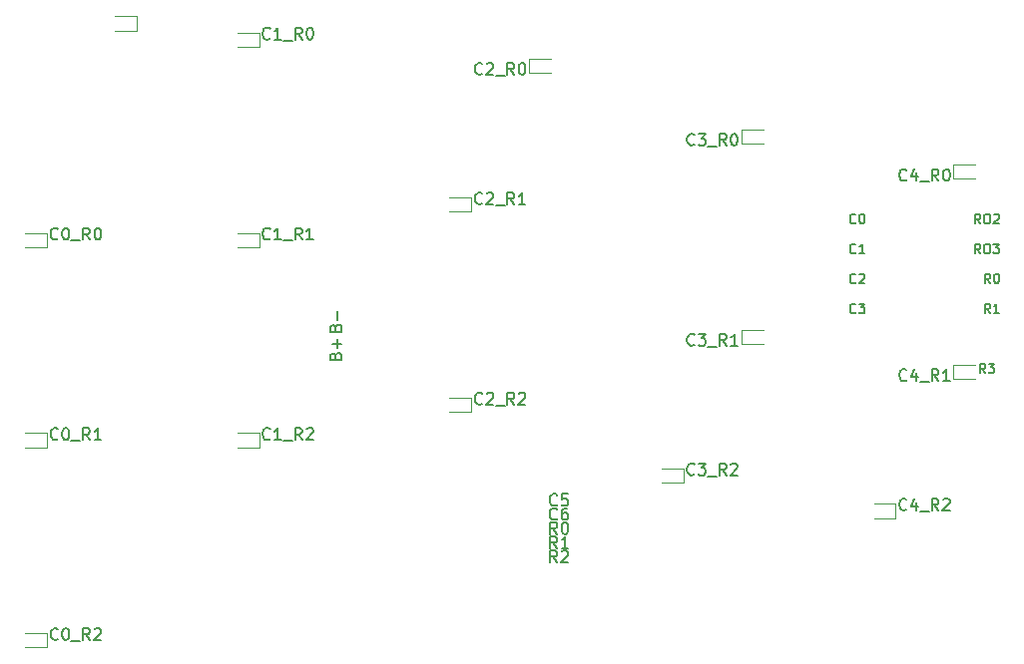
<source format=gbr>
%TF.GenerationSoftware,KiCad,Pcbnew,(7.0.0-0)*%
%TF.CreationDate,2023-06-08T17:12:38+08:00*%
%TF.ProjectId,left,6c656674-2e6b-4696-9361-645f70636258,v1.0.0*%
%TF.SameCoordinates,Original*%
%TF.FileFunction,Legend,Bot*%
%TF.FilePolarity,Positive*%
%FSLAX46Y46*%
G04 Gerber Fmt 4.6, Leading zero omitted, Abs format (unit mm)*
G04 Created by KiCad (PCBNEW (7.0.0-0)) date 2023-06-08 17:12:38*
%MOMM*%
%LPD*%
G01*
G04 APERTURE LIST*
%ADD10C,0.150000*%
%ADD11C,0.120000*%
G04 APERTURE END LIST*
D10*
%TO.C,S1*%
X70476190Y41727857D02*
X70428571Y41680238D01*
X70428571Y41680238D02*
X70285714Y41632619D01*
X70285714Y41632619D02*
X70190476Y41632619D01*
X70190476Y41632619D02*
X70047619Y41680238D01*
X70047619Y41680238D02*
X69952381Y41775476D01*
X69952381Y41775476D02*
X69904762Y41870714D01*
X69904762Y41870714D02*
X69857143Y42061190D01*
X69857143Y42061190D02*
X69857143Y42204047D01*
X69857143Y42204047D02*
X69904762Y42394523D01*
X69904762Y42394523D02*
X69952381Y42489761D01*
X69952381Y42489761D02*
X70047619Y42585000D01*
X70047619Y42585000D02*
X70190476Y42632619D01*
X70190476Y42632619D02*
X70285714Y42632619D01*
X70285714Y42632619D02*
X70428571Y42585000D01*
X70428571Y42585000D02*
X70476190Y42537380D01*
X71333333Y42299285D02*
X71333333Y41632619D01*
X71095238Y42680238D02*
X70857143Y41965952D01*
X70857143Y41965952D02*
X71476190Y41965952D01*
X71619048Y41537380D02*
X72380952Y41537380D01*
X73190476Y41632619D02*
X72857143Y42108809D01*
X72619048Y41632619D02*
X72619048Y42632619D01*
X72619048Y42632619D02*
X73000000Y42632619D01*
X73000000Y42632619D02*
X73095238Y42585000D01*
X73095238Y42585000D02*
X73142857Y42537380D01*
X73142857Y42537380D02*
X73190476Y42442142D01*
X73190476Y42442142D02*
X73190476Y42299285D01*
X73190476Y42299285D02*
X73142857Y42204047D01*
X73142857Y42204047D02*
X73095238Y42156428D01*
X73095238Y42156428D02*
X73000000Y42108809D01*
X73000000Y42108809D02*
X72619048Y42108809D01*
X73809524Y42632619D02*
X73904762Y42632619D01*
X73904762Y42632619D02*
X74000000Y42585000D01*
X74000000Y42585000D02*
X74047619Y42537380D01*
X74047619Y42537380D02*
X74095238Y42442142D01*
X74095238Y42442142D02*
X74142857Y42251666D01*
X74142857Y42251666D02*
X74142857Y42013571D01*
X74142857Y42013571D02*
X74095238Y41823095D01*
X74095238Y41823095D02*
X74047619Y41727857D01*
X74047619Y41727857D02*
X74000000Y41680238D01*
X74000000Y41680238D02*
X73904762Y41632619D01*
X73904762Y41632619D02*
X73809524Y41632619D01*
X73809524Y41632619D02*
X73714286Y41680238D01*
X73714286Y41680238D02*
X73666667Y41727857D01*
X73666667Y41727857D02*
X73619048Y41823095D01*
X73619048Y41823095D02*
X73571429Y42013571D01*
X73571429Y42013571D02*
X73571429Y42251666D01*
X73571429Y42251666D02*
X73619048Y42442142D01*
X73619048Y42442142D02*
X73666667Y42537380D01*
X73666667Y42537380D02*
X73714286Y42585000D01*
X73714286Y42585000D02*
X73809524Y42632619D01*
%TO.C,S2*%
X70476190Y24727857D02*
X70428571Y24680238D01*
X70428571Y24680238D02*
X70285714Y24632619D01*
X70285714Y24632619D02*
X70190476Y24632619D01*
X70190476Y24632619D02*
X70047619Y24680238D01*
X70047619Y24680238D02*
X69952381Y24775476D01*
X69952381Y24775476D02*
X69904762Y24870714D01*
X69904762Y24870714D02*
X69857143Y25061190D01*
X69857143Y25061190D02*
X69857143Y25204047D01*
X69857143Y25204047D02*
X69904762Y25394523D01*
X69904762Y25394523D02*
X69952381Y25489761D01*
X69952381Y25489761D02*
X70047619Y25585000D01*
X70047619Y25585000D02*
X70190476Y25632619D01*
X70190476Y25632619D02*
X70285714Y25632619D01*
X70285714Y25632619D02*
X70428571Y25585000D01*
X70428571Y25585000D02*
X70476190Y25537380D01*
X71333333Y25299285D02*
X71333333Y24632619D01*
X71095238Y25680238D02*
X70857143Y24965952D01*
X70857143Y24965952D02*
X71476190Y24965952D01*
X71619048Y24537380D02*
X72380952Y24537380D01*
X73190476Y24632619D02*
X72857143Y25108809D01*
X72619048Y24632619D02*
X72619048Y25632619D01*
X72619048Y25632619D02*
X73000000Y25632619D01*
X73000000Y25632619D02*
X73095238Y25585000D01*
X73095238Y25585000D02*
X73142857Y25537380D01*
X73142857Y25537380D02*
X73190476Y25442142D01*
X73190476Y25442142D02*
X73190476Y25299285D01*
X73190476Y25299285D02*
X73142857Y25204047D01*
X73142857Y25204047D02*
X73095238Y25156428D01*
X73095238Y25156428D02*
X73000000Y25108809D01*
X73000000Y25108809D02*
X72619048Y25108809D01*
X74142857Y24632619D02*
X73571429Y24632619D01*
X73857143Y24632619D02*
X73857143Y25632619D01*
X73857143Y25632619D02*
X73761905Y25489761D01*
X73761905Y25489761D02*
X73666667Y25394523D01*
X73666667Y25394523D02*
X73571429Y25346904D01*
%TO.C,MCU1*%
X66166667Y38092285D02*
X66128571Y38054190D01*
X66128571Y38054190D02*
X66014286Y38016095D01*
X66014286Y38016095D02*
X65938095Y38016095D01*
X65938095Y38016095D02*
X65823809Y38054190D01*
X65823809Y38054190D02*
X65747619Y38130380D01*
X65747619Y38130380D02*
X65709524Y38206571D01*
X65709524Y38206571D02*
X65671428Y38358952D01*
X65671428Y38358952D02*
X65671428Y38473238D01*
X65671428Y38473238D02*
X65709524Y38625619D01*
X65709524Y38625619D02*
X65747619Y38701809D01*
X65747619Y38701809D02*
X65823809Y38778000D01*
X65823809Y38778000D02*
X65938095Y38816095D01*
X65938095Y38816095D02*
X66014286Y38816095D01*
X66014286Y38816095D02*
X66128571Y38778000D01*
X66128571Y38778000D02*
X66166667Y38739904D01*
X66661905Y38816095D02*
X66738095Y38816095D01*
X66738095Y38816095D02*
X66814286Y38778000D01*
X66814286Y38778000D02*
X66852381Y38739904D01*
X66852381Y38739904D02*
X66890476Y38663714D01*
X66890476Y38663714D02*
X66928571Y38511333D01*
X66928571Y38511333D02*
X66928571Y38320857D01*
X66928571Y38320857D02*
X66890476Y38168476D01*
X66890476Y38168476D02*
X66852381Y38092285D01*
X66852381Y38092285D02*
X66814286Y38054190D01*
X66814286Y38054190D02*
X66738095Y38016095D01*
X66738095Y38016095D02*
X66661905Y38016095D01*
X66661905Y38016095D02*
X66585714Y38054190D01*
X66585714Y38054190D02*
X66547619Y38092285D01*
X66547619Y38092285D02*
X66509524Y38168476D01*
X66509524Y38168476D02*
X66471428Y38320857D01*
X66471428Y38320857D02*
X66471428Y38511333D01*
X66471428Y38511333D02*
X66509524Y38663714D01*
X66509524Y38663714D02*
X66547619Y38739904D01*
X66547619Y38739904D02*
X66585714Y38778000D01*
X66585714Y38778000D02*
X66661905Y38816095D01*
X66166667Y35552285D02*
X66128571Y35514190D01*
X66128571Y35514190D02*
X66014286Y35476095D01*
X66014286Y35476095D02*
X65938095Y35476095D01*
X65938095Y35476095D02*
X65823809Y35514190D01*
X65823809Y35514190D02*
X65747619Y35590380D01*
X65747619Y35590380D02*
X65709524Y35666571D01*
X65709524Y35666571D02*
X65671428Y35818952D01*
X65671428Y35818952D02*
X65671428Y35933238D01*
X65671428Y35933238D02*
X65709524Y36085619D01*
X65709524Y36085619D02*
X65747619Y36161809D01*
X65747619Y36161809D02*
X65823809Y36238000D01*
X65823809Y36238000D02*
X65938095Y36276095D01*
X65938095Y36276095D02*
X66014286Y36276095D01*
X66014286Y36276095D02*
X66128571Y36238000D01*
X66128571Y36238000D02*
X66166667Y36199904D01*
X66928571Y35476095D02*
X66471428Y35476095D01*
X66700000Y35476095D02*
X66700000Y36276095D01*
X66700000Y36276095D02*
X66623809Y36161809D01*
X66623809Y36161809D02*
X66547619Y36085619D01*
X66547619Y36085619D02*
X66471428Y36047523D01*
X66166667Y33012285D02*
X66128571Y32974190D01*
X66128571Y32974190D02*
X66014286Y32936095D01*
X66014286Y32936095D02*
X65938095Y32936095D01*
X65938095Y32936095D02*
X65823809Y32974190D01*
X65823809Y32974190D02*
X65747619Y33050380D01*
X65747619Y33050380D02*
X65709524Y33126571D01*
X65709524Y33126571D02*
X65671428Y33278952D01*
X65671428Y33278952D02*
X65671428Y33393238D01*
X65671428Y33393238D02*
X65709524Y33545619D01*
X65709524Y33545619D02*
X65747619Y33621809D01*
X65747619Y33621809D02*
X65823809Y33698000D01*
X65823809Y33698000D02*
X65938095Y33736095D01*
X65938095Y33736095D02*
X66014286Y33736095D01*
X66014286Y33736095D02*
X66128571Y33698000D01*
X66128571Y33698000D02*
X66166667Y33659904D01*
X66471428Y33659904D02*
X66509524Y33698000D01*
X66509524Y33698000D02*
X66585714Y33736095D01*
X66585714Y33736095D02*
X66776190Y33736095D01*
X66776190Y33736095D02*
X66852381Y33698000D01*
X66852381Y33698000D02*
X66890476Y33659904D01*
X66890476Y33659904D02*
X66928571Y33583714D01*
X66928571Y33583714D02*
X66928571Y33507523D01*
X66928571Y33507523D02*
X66890476Y33393238D01*
X66890476Y33393238D02*
X66433333Y32936095D01*
X66433333Y32936095D02*
X66928571Y32936095D01*
X66166667Y30472285D02*
X66128571Y30434190D01*
X66128571Y30434190D02*
X66014286Y30396095D01*
X66014286Y30396095D02*
X65938095Y30396095D01*
X65938095Y30396095D02*
X65823809Y30434190D01*
X65823809Y30434190D02*
X65747619Y30510380D01*
X65747619Y30510380D02*
X65709524Y30586571D01*
X65709524Y30586571D02*
X65671428Y30738952D01*
X65671428Y30738952D02*
X65671428Y30853238D01*
X65671428Y30853238D02*
X65709524Y31005619D01*
X65709524Y31005619D02*
X65747619Y31081809D01*
X65747619Y31081809D02*
X65823809Y31158000D01*
X65823809Y31158000D02*
X65938095Y31196095D01*
X65938095Y31196095D02*
X66014286Y31196095D01*
X66014286Y31196095D02*
X66128571Y31158000D01*
X66128571Y31158000D02*
X66166667Y31119904D01*
X66433333Y31196095D02*
X66928571Y31196095D01*
X66928571Y31196095D02*
X66661905Y30891333D01*
X66661905Y30891333D02*
X66776190Y30891333D01*
X66776190Y30891333D02*
X66852381Y30853238D01*
X66852381Y30853238D02*
X66890476Y30815142D01*
X66890476Y30815142D02*
X66928571Y30738952D01*
X66928571Y30738952D02*
X66928571Y30548476D01*
X66928571Y30548476D02*
X66890476Y30472285D01*
X66890476Y30472285D02*
X66852381Y30434190D01*
X66852381Y30434190D02*
X66776190Y30396095D01*
X66776190Y30396095D02*
X66547619Y30396095D01*
X66547619Y30396095D02*
X66471428Y30434190D01*
X66471428Y30434190D02*
X66433333Y30472285D01*
X76747619Y38016095D02*
X76480952Y38397047D01*
X76290476Y38016095D02*
X76290476Y38816095D01*
X76290476Y38816095D02*
X76595238Y38816095D01*
X76595238Y38816095D02*
X76671428Y38778000D01*
X76671428Y38778000D02*
X76709523Y38739904D01*
X76709523Y38739904D02*
X76747619Y38663714D01*
X76747619Y38663714D02*
X76747619Y38549428D01*
X76747619Y38549428D02*
X76709523Y38473238D01*
X76709523Y38473238D02*
X76671428Y38435142D01*
X76671428Y38435142D02*
X76595238Y38397047D01*
X76595238Y38397047D02*
X76290476Y38397047D01*
X77242857Y38816095D02*
X77395238Y38816095D01*
X77395238Y38816095D02*
X77471428Y38778000D01*
X77471428Y38778000D02*
X77547619Y38701809D01*
X77547619Y38701809D02*
X77585714Y38549428D01*
X77585714Y38549428D02*
X77585714Y38282761D01*
X77585714Y38282761D02*
X77547619Y38130380D01*
X77547619Y38130380D02*
X77471428Y38054190D01*
X77471428Y38054190D02*
X77395238Y38016095D01*
X77395238Y38016095D02*
X77242857Y38016095D01*
X77242857Y38016095D02*
X77166666Y38054190D01*
X77166666Y38054190D02*
X77090476Y38130380D01*
X77090476Y38130380D02*
X77052380Y38282761D01*
X77052380Y38282761D02*
X77052380Y38549428D01*
X77052380Y38549428D02*
X77090476Y38701809D01*
X77090476Y38701809D02*
X77166666Y38778000D01*
X77166666Y38778000D02*
X77242857Y38816095D01*
X77890475Y38739904D02*
X77928571Y38778000D01*
X77928571Y38778000D02*
X78004761Y38816095D01*
X78004761Y38816095D02*
X78195237Y38816095D01*
X78195237Y38816095D02*
X78271428Y38778000D01*
X78271428Y38778000D02*
X78309523Y38739904D01*
X78309523Y38739904D02*
X78347618Y38663714D01*
X78347618Y38663714D02*
X78347618Y38587523D01*
X78347618Y38587523D02*
X78309523Y38473238D01*
X78309523Y38473238D02*
X77852380Y38016095D01*
X77852380Y38016095D02*
X78347618Y38016095D01*
X76747619Y35476095D02*
X76480952Y35857047D01*
X76290476Y35476095D02*
X76290476Y36276095D01*
X76290476Y36276095D02*
X76595238Y36276095D01*
X76595238Y36276095D02*
X76671428Y36238000D01*
X76671428Y36238000D02*
X76709523Y36199904D01*
X76709523Y36199904D02*
X76747619Y36123714D01*
X76747619Y36123714D02*
X76747619Y36009428D01*
X76747619Y36009428D02*
X76709523Y35933238D01*
X76709523Y35933238D02*
X76671428Y35895142D01*
X76671428Y35895142D02*
X76595238Y35857047D01*
X76595238Y35857047D02*
X76290476Y35857047D01*
X77242857Y36276095D02*
X77395238Y36276095D01*
X77395238Y36276095D02*
X77471428Y36238000D01*
X77471428Y36238000D02*
X77547619Y36161809D01*
X77547619Y36161809D02*
X77585714Y36009428D01*
X77585714Y36009428D02*
X77585714Y35742761D01*
X77585714Y35742761D02*
X77547619Y35590380D01*
X77547619Y35590380D02*
X77471428Y35514190D01*
X77471428Y35514190D02*
X77395238Y35476095D01*
X77395238Y35476095D02*
X77242857Y35476095D01*
X77242857Y35476095D02*
X77166666Y35514190D01*
X77166666Y35514190D02*
X77090476Y35590380D01*
X77090476Y35590380D02*
X77052380Y35742761D01*
X77052380Y35742761D02*
X77052380Y36009428D01*
X77052380Y36009428D02*
X77090476Y36161809D01*
X77090476Y36161809D02*
X77166666Y36238000D01*
X77166666Y36238000D02*
X77242857Y36276095D01*
X77852380Y36276095D02*
X78347618Y36276095D01*
X78347618Y36276095D02*
X78080952Y35971333D01*
X78080952Y35971333D02*
X78195237Y35971333D01*
X78195237Y35971333D02*
X78271428Y35933238D01*
X78271428Y35933238D02*
X78309523Y35895142D01*
X78309523Y35895142D02*
X78347618Y35818952D01*
X78347618Y35818952D02*
X78347618Y35628476D01*
X78347618Y35628476D02*
X78309523Y35552285D01*
X78309523Y35552285D02*
X78271428Y35514190D01*
X78271428Y35514190D02*
X78195237Y35476095D01*
X78195237Y35476095D02*
X77966666Y35476095D01*
X77966666Y35476095D02*
X77890475Y35514190D01*
X77890475Y35514190D02*
X77852380Y35552285D01*
X77566667Y32936095D02*
X77300000Y33317047D01*
X77109524Y32936095D02*
X77109524Y33736095D01*
X77109524Y33736095D02*
X77414286Y33736095D01*
X77414286Y33736095D02*
X77490476Y33698000D01*
X77490476Y33698000D02*
X77528571Y33659904D01*
X77528571Y33659904D02*
X77566667Y33583714D01*
X77566667Y33583714D02*
X77566667Y33469428D01*
X77566667Y33469428D02*
X77528571Y33393238D01*
X77528571Y33393238D02*
X77490476Y33355142D01*
X77490476Y33355142D02*
X77414286Y33317047D01*
X77414286Y33317047D02*
X77109524Y33317047D01*
X78061905Y33736095D02*
X78138095Y33736095D01*
X78138095Y33736095D02*
X78214286Y33698000D01*
X78214286Y33698000D02*
X78252381Y33659904D01*
X78252381Y33659904D02*
X78290476Y33583714D01*
X78290476Y33583714D02*
X78328571Y33431333D01*
X78328571Y33431333D02*
X78328571Y33240857D01*
X78328571Y33240857D02*
X78290476Y33088476D01*
X78290476Y33088476D02*
X78252381Y33012285D01*
X78252381Y33012285D02*
X78214286Y32974190D01*
X78214286Y32974190D02*
X78138095Y32936095D01*
X78138095Y32936095D02*
X78061905Y32936095D01*
X78061905Y32936095D02*
X77985714Y32974190D01*
X77985714Y32974190D02*
X77947619Y33012285D01*
X77947619Y33012285D02*
X77909524Y33088476D01*
X77909524Y33088476D02*
X77871428Y33240857D01*
X77871428Y33240857D02*
X77871428Y33431333D01*
X77871428Y33431333D02*
X77909524Y33583714D01*
X77909524Y33583714D02*
X77947619Y33659904D01*
X77947619Y33659904D02*
X77985714Y33698000D01*
X77985714Y33698000D02*
X78061905Y33736095D01*
X77566667Y30396095D02*
X77300000Y30777047D01*
X77109524Y30396095D02*
X77109524Y31196095D01*
X77109524Y31196095D02*
X77414286Y31196095D01*
X77414286Y31196095D02*
X77490476Y31158000D01*
X77490476Y31158000D02*
X77528571Y31119904D01*
X77528571Y31119904D02*
X77566667Y31043714D01*
X77566667Y31043714D02*
X77566667Y30929428D01*
X77566667Y30929428D02*
X77528571Y30853238D01*
X77528571Y30853238D02*
X77490476Y30815142D01*
X77490476Y30815142D02*
X77414286Y30777047D01*
X77414286Y30777047D02*
X77109524Y30777047D01*
X78328571Y30396095D02*
X77871428Y30396095D01*
X78100000Y30396095D02*
X78100000Y31196095D01*
X78100000Y31196095D02*
X78023809Y31081809D01*
X78023809Y31081809D02*
X77947619Y31005619D01*
X77947619Y31005619D02*
X77871428Y30967523D01*
X77166667Y25316095D02*
X76900000Y25697047D01*
X76709524Y25316095D02*
X76709524Y26116095D01*
X76709524Y26116095D02*
X77014286Y26116095D01*
X77014286Y26116095D02*
X77090476Y26078000D01*
X77090476Y26078000D02*
X77128571Y26039904D01*
X77128571Y26039904D02*
X77166667Y25963714D01*
X77166667Y25963714D02*
X77166667Y25849428D01*
X77166667Y25849428D02*
X77128571Y25773238D01*
X77128571Y25773238D02*
X77090476Y25735142D01*
X77090476Y25735142D02*
X77014286Y25697047D01*
X77014286Y25697047D02*
X76709524Y25697047D01*
X77433333Y26116095D02*
X77928571Y26116095D01*
X77928571Y26116095D02*
X77661905Y25811333D01*
X77661905Y25811333D02*
X77776190Y25811333D01*
X77776190Y25811333D02*
X77852381Y25773238D01*
X77852381Y25773238D02*
X77890476Y25735142D01*
X77890476Y25735142D02*
X77928571Y25658952D01*
X77928571Y25658952D02*
X77928571Y25468476D01*
X77928571Y25468476D02*
X77890476Y25392285D01*
X77890476Y25392285D02*
X77852381Y25354190D01*
X77852381Y25354190D02*
X77776190Y25316095D01*
X77776190Y25316095D02*
X77547619Y25316095D01*
X77547619Y25316095D02*
X77471428Y25354190D01*
X77471428Y25354190D02*
X77433333Y25392285D01*
%TO.C,JB1*%
X22043571Y26752381D02*
X22091190Y26895238D01*
X22091190Y26895238D02*
X22138809Y26942857D01*
X22138809Y26942857D02*
X22234047Y26990476D01*
X22234047Y26990476D02*
X22376904Y26990476D01*
X22376904Y26990476D02*
X22472142Y26942857D01*
X22472142Y26942857D02*
X22519761Y26895238D01*
X22519761Y26895238D02*
X22567380Y26800000D01*
X22567380Y26800000D02*
X22567380Y26419048D01*
X22567380Y26419048D02*
X21567380Y26419048D01*
X21567380Y26419048D02*
X21567380Y26752381D01*
X21567380Y26752381D02*
X21615000Y26847619D01*
X21615000Y26847619D02*
X21662619Y26895238D01*
X21662619Y26895238D02*
X21757857Y26942857D01*
X21757857Y26942857D02*
X21853095Y26942857D01*
X21853095Y26942857D02*
X21948333Y26895238D01*
X21948333Y26895238D02*
X21995952Y26847619D01*
X21995952Y26847619D02*
X22043571Y26752381D01*
X22043571Y26752381D02*
X22043571Y26419048D01*
X22186428Y27419048D02*
X22186428Y28180953D01*
X22567380Y27800000D02*
X21805476Y27800000D01*
X22043571Y29152381D02*
X22091190Y29295238D01*
X22091190Y29295238D02*
X22138809Y29342857D01*
X22138809Y29342857D02*
X22234047Y29390476D01*
X22234047Y29390476D02*
X22376904Y29390476D01*
X22376904Y29390476D02*
X22472142Y29342857D01*
X22472142Y29342857D02*
X22519761Y29295238D01*
X22519761Y29295238D02*
X22567380Y29200000D01*
X22567380Y29200000D02*
X22567380Y28819048D01*
X22567380Y28819048D02*
X21567380Y28819048D01*
X21567380Y28819048D02*
X21567380Y29152381D01*
X21567380Y29152381D02*
X21615000Y29247619D01*
X21615000Y29247619D02*
X21662619Y29295238D01*
X21662619Y29295238D02*
X21757857Y29342857D01*
X21757857Y29342857D02*
X21853095Y29342857D01*
X21853095Y29342857D02*
X21948333Y29295238D01*
X21948333Y29295238D02*
X21995952Y29247619D01*
X21995952Y29247619D02*
X22043571Y29152381D01*
X22043571Y29152381D02*
X22043571Y28819048D01*
X22186428Y29819048D02*
X22186428Y30580953D01*
%TO.C,JC1*%
X40833333Y9232619D02*
X40500000Y9708809D01*
X40261905Y9232619D02*
X40261905Y10232619D01*
X40261905Y10232619D02*
X40642857Y10232619D01*
X40642857Y10232619D02*
X40738095Y10185000D01*
X40738095Y10185000D02*
X40785714Y10137380D01*
X40785714Y10137380D02*
X40833333Y10042142D01*
X40833333Y10042142D02*
X40833333Y9899285D01*
X40833333Y9899285D02*
X40785714Y9804047D01*
X40785714Y9804047D02*
X40738095Y9756428D01*
X40738095Y9756428D02*
X40642857Y9708809D01*
X40642857Y9708809D02*
X40261905Y9708809D01*
X41214286Y10137380D02*
X41261905Y10185000D01*
X41261905Y10185000D02*
X41357143Y10232619D01*
X41357143Y10232619D02*
X41595238Y10232619D01*
X41595238Y10232619D02*
X41690476Y10185000D01*
X41690476Y10185000D02*
X41738095Y10137380D01*
X41738095Y10137380D02*
X41785714Y10042142D01*
X41785714Y10042142D02*
X41785714Y9946904D01*
X41785714Y9946904D02*
X41738095Y9804047D01*
X41738095Y9804047D02*
X41166667Y9232619D01*
X41166667Y9232619D02*
X41785714Y9232619D01*
X40833333Y10432619D02*
X40500000Y10908809D01*
X40261905Y10432619D02*
X40261905Y11432619D01*
X40261905Y11432619D02*
X40642857Y11432619D01*
X40642857Y11432619D02*
X40738095Y11385000D01*
X40738095Y11385000D02*
X40785714Y11337380D01*
X40785714Y11337380D02*
X40833333Y11242142D01*
X40833333Y11242142D02*
X40833333Y11099285D01*
X40833333Y11099285D02*
X40785714Y11004047D01*
X40785714Y11004047D02*
X40738095Y10956428D01*
X40738095Y10956428D02*
X40642857Y10908809D01*
X40642857Y10908809D02*
X40261905Y10908809D01*
X41785714Y10432619D02*
X41214286Y10432619D01*
X41500000Y10432619D02*
X41500000Y11432619D01*
X41500000Y11432619D02*
X41404762Y11289761D01*
X41404762Y11289761D02*
X41309524Y11194523D01*
X41309524Y11194523D02*
X41214286Y11146904D01*
X40833333Y11632619D02*
X40500000Y12108809D01*
X40261905Y11632619D02*
X40261905Y12632619D01*
X40261905Y12632619D02*
X40642857Y12632619D01*
X40642857Y12632619D02*
X40738095Y12585000D01*
X40738095Y12585000D02*
X40785714Y12537380D01*
X40785714Y12537380D02*
X40833333Y12442142D01*
X40833333Y12442142D02*
X40833333Y12299285D01*
X40833333Y12299285D02*
X40785714Y12204047D01*
X40785714Y12204047D02*
X40738095Y12156428D01*
X40738095Y12156428D02*
X40642857Y12108809D01*
X40642857Y12108809D02*
X40261905Y12108809D01*
X41452381Y12632619D02*
X41547619Y12632619D01*
X41547619Y12632619D02*
X41642857Y12585000D01*
X41642857Y12585000D02*
X41690476Y12537380D01*
X41690476Y12537380D02*
X41738095Y12442142D01*
X41738095Y12442142D02*
X41785714Y12251666D01*
X41785714Y12251666D02*
X41785714Y12013571D01*
X41785714Y12013571D02*
X41738095Y11823095D01*
X41738095Y11823095D02*
X41690476Y11727857D01*
X41690476Y11727857D02*
X41642857Y11680238D01*
X41642857Y11680238D02*
X41547619Y11632619D01*
X41547619Y11632619D02*
X41452381Y11632619D01*
X41452381Y11632619D02*
X41357143Y11680238D01*
X41357143Y11680238D02*
X41309524Y11727857D01*
X41309524Y11727857D02*
X41261905Y11823095D01*
X41261905Y11823095D02*
X41214286Y12013571D01*
X41214286Y12013571D02*
X41214286Y12251666D01*
X41214286Y12251666D02*
X41261905Y12442142D01*
X41261905Y12442142D02*
X41309524Y12537380D01*
X41309524Y12537380D02*
X41357143Y12585000D01*
X41357143Y12585000D02*
X41452381Y12632619D01*
X40833333Y12927857D02*
X40785714Y12880238D01*
X40785714Y12880238D02*
X40642857Y12832619D01*
X40642857Y12832619D02*
X40547619Y12832619D01*
X40547619Y12832619D02*
X40404762Y12880238D01*
X40404762Y12880238D02*
X40309524Y12975476D01*
X40309524Y12975476D02*
X40261905Y13070714D01*
X40261905Y13070714D02*
X40214286Y13261190D01*
X40214286Y13261190D02*
X40214286Y13404047D01*
X40214286Y13404047D02*
X40261905Y13594523D01*
X40261905Y13594523D02*
X40309524Y13689761D01*
X40309524Y13689761D02*
X40404762Y13785000D01*
X40404762Y13785000D02*
X40547619Y13832619D01*
X40547619Y13832619D02*
X40642857Y13832619D01*
X40642857Y13832619D02*
X40785714Y13785000D01*
X40785714Y13785000D02*
X40833333Y13737380D01*
X41690476Y13832619D02*
X41500000Y13832619D01*
X41500000Y13832619D02*
X41404762Y13785000D01*
X41404762Y13785000D02*
X41357143Y13737380D01*
X41357143Y13737380D02*
X41261905Y13594523D01*
X41261905Y13594523D02*
X41214286Y13404047D01*
X41214286Y13404047D02*
X41214286Y13023095D01*
X41214286Y13023095D02*
X41261905Y12927857D01*
X41261905Y12927857D02*
X41309524Y12880238D01*
X41309524Y12880238D02*
X41404762Y12832619D01*
X41404762Y12832619D02*
X41595238Y12832619D01*
X41595238Y12832619D02*
X41690476Y12880238D01*
X41690476Y12880238D02*
X41738095Y12927857D01*
X41738095Y12927857D02*
X41785714Y13023095D01*
X41785714Y13023095D02*
X41785714Y13261190D01*
X41785714Y13261190D02*
X41738095Y13356428D01*
X41738095Y13356428D02*
X41690476Y13404047D01*
X41690476Y13404047D02*
X41595238Y13451666D01*
X41595238Y13451666D02*
X41404762Y13451666D01*
X41404762Y13451666D02*
X41309524Y13404047D01*
X41309524Y13404047D02*
X41261905Y13356428D01*
X41261905Y13356428D02*
X41214286Y13261190D01*
X40833333Y14127857D02*
X40785714Y14080238D01*
X40785714Y14080238D02*
X40642857Y14032619D01*
X40642857Y14032619D02*
X40547619Y14032619D01*
X40547619Y14032619D02*
X40404762Y14080238D01*
X40404762Y14080238D02*
X40309524Y14175476D01*
X40309524Y14175476D02*
X40261905Y14270714D01*
X40261905Y14270714D02*
X40214286Y14461190D01*
X40214286Y14461190D02*
X40214286Y14604047D01*
X40214286Y14604047D02*
X40261905Y14794523D01*
X40261905Y14794523D02*
X40309524Y14889761D01*
X40309524Y14889761D02*
X40404762Y14985000D01*
X40404762Y14985000D02*
X40547619Y15032619D01*
X40547619Y15032619D02*
X40642857Y15032619D01*
X40642857Y15032619D02*
X40785714Y14985000D01*
X40785714Y14985000D02*
X40833333Y14937380D01*
X41738095Y15032619D02*
X41261905Y15032619D01*
X41261905Y15032619D02*
X41214286Y14556428D01*
X41214286Y14556428D02*
X41261905Y14604047D01*
X41261905Y14604047D02*
X41357143Y14651666D01*
X41357143Y14651666D02*
X41595238Y14651666D01*
X41595238Y14651666D02*
X41690476Y14604047D01*
X41690476Y14604047D02*
X41738095Y14556428D01*
X41738095Y14556428D02*
X41785714Y14461190D01*
X41785714Y14461190D02*
X41785714Y14223095D01*
X41785714Y14223095D02*
X41738095Y14127857D01*
X41738095Y14127857D02*
X41690476Y14080238D01*
X41690476Y14080238D02*
X41595238Y14032619D01*
X41595238Y14032619D02*
X41357143Y14032619D01*
X41357143Y14032619D02*
X41261905Y14080238D01*
X41261905Y14080238D02*
X41214286Y14127857D01*
%TO.C,S3*%
X-1523809Y36727857D02*
X-1571428Y36680238D01*
X-1571428Y36680238D02*
X-1714285Y36632619D01*
X-1714285Y36632619D02*
X-1809523Y36632619D01*
X-1809523Y36632619D02*
X-1952380Y36680238D01*
X-1952380Y36680238D02*
X-2047618Y36775476D01*
X-2047618Y36775476D02*
X-2095237Y36870714D01*
X-2095237Y36870714D02*
X-2142856Y37061190D01*
X-2142856Y37061190D02*
X-2142856Y37204047D01*
X-2142856Y37204047D02*
X-2095237Y37394523D01*
X-2095237Y37394523D02*
X-2047618Y37489761D01*
X-2047618Y37489761D02*
X-1952380Y37585000D01*
X-1952380Y37585000D02*
X-1809523Y37632619D01*
X-1809523Y37632619D02*
X-1714285Y37632619D01*
X-1714285Y37632619D02*
X-1571428Y37585000D01*
X-1571428Y37585000D02*
X-1523809Y37537380D01*
X-904761Y37632619D02*
X-809523Y37632619D01*
X-809523Y37632619D02*
X-714285Y37585000D01*
X-714285Y37585000D02*
X-666666Y37537380D01*
X-666666Y37537380D02*
X-619047Y37442142D01*
X-619047Y37442142D02*
X-571428Y37251666D01*
X-571428Y37251666D02*
X-571428Y37013571D01*
X-571428Y37013571D02*
X-619047Y36823095D01*
X-619047Y36823095D02*
X-666666Y36727857D01*
X-666666Y36727857D02*
X-714285Y36680238D01*
X-714285Y36680238D02*
X-809523Y36632619D01*
X-809523Y36632619D02*
X-904761Y36632619D01*
X-904761Y36632619D02*
X-999999Y36680238D01*
X-999999Y36680238D02*
X-1047618Y36727857D01*
X-1047618Y36727857D02*
X-1095237Y36823095D01*
X-1095237Y36823095D02*
X-1142856Y37013571D01*
X-1142856Y37013571D02*
X-1142856Y37251666D01*
X-1142856Y37251666D02*
X-1095237Y37442142D01*
X-1095237Y37442142D02*
X-1047618Y37537380D01*
X-1047618Y37537380D02*
X-999999Y37585000D01*
X-999999Y37585000D02*
X-904761Y37632619D01*
X-380952Y36537380D02*
X380952Y36537380D01*
X1190476Y36632619D02*
X857143Y37108809D01*
X619048Y36632619D02*
X619048Y37632619D01*
X619048Y37632619D02*
X1000000Y37632619D01*
X1000000Y37632619D02*
X1095238Y37585000D01*
X1095238Y37585000D02*
X1142857Y37537380D01*
X1142857Y37537380D02*
X1190476Y37442142D01*
X1190476Y37442142D02*
X1190476Y37299285D01*
X1190476Y37299285D02*
X1142857Y37204047D01*
X1142857Y37204047D02*
X1095238Y37156428D01*
X1095238Y37156428D02*
X1000000Y37108809D01*
X1000000Y37108809D02*
X619048Y37108809D01*
X1809524Y37632619D02*
X1904762Y37632619D01*
X1904762Y37632619D02*
X2000000Y37585000D01*
X2000000Y37585000D02*
X2047619Y37537380D01*
X2047619Y37537380D02*
X2095238Y37442142D01*
X2095238Y37442142D02*
X2142857Y37251666D01*
X2142857Y37251666D02*
X2142857Y37013571D01*
X2142857Y37013571D02*
X2095238Y36823095D01*
X2095238Y36823095D02*
X2047619Y36727857D01*
X2047619Y36727857D02*
X2000000Y36680238D01*
X2000000Y36680238D02*
X1904762Y36632619D01*
X1904762Y36632619D02*
X1809524Y36632619D01*
X1809524Y36632619D02*
X1714286Y36680238D01*
X1714286Y36680238D02*
X1666667Y36727857D01*
X1666667Y36727857D02*
X1619048Y36823095D01*
X1619048Y36823095D02*
X1571429Y37013571D01*
X1571429Y37013571D02*
X1571429Y37251666D01*
X1571429Y37251666D02*
X1619048Y37442142D01*
X1619048Y37442142D02*
X1666667Y37537380D01*
X1666667Y37537380D02*
X1714286Y37585000D01*
X1714286Y37585000D02*
X1809524Y37632619D01*
%TO.C,S4*%
X-1523809Y19727857D02*
X-1571428Y19680238D01*
X-1571428Y19680238D02*
X-1714285Y19632619D01*
X-1714285Y19632619D02*
X-1809523Y19632619D01*
X-1809523Y19632619D02*
X-1952380Y19680238D01*
X-1952380Y19680238D02*
X-2047618Y19775476D01*
X-2047618Y19775476D02*
X-2095237Y19870714D01*
X-2095237Y19870714D02*
X-2142856Y20061190D01*
X-2142856Y20061190D02*
X-2142856Y20204047D01*
X-2142856Y20204047D02*
X-2095237Y20394523D01*
X-2095237Y20394523D02*
X-2047618Y20489761D01*
X-2047618Y20489761D02*
X-1952380Y20585000D01*
X-1952380Y20585000D02*
X-1809523Y20632619D01*
X-1809523Y20632619D02*
X-1714285Y20632619D01*
X-1714285Y20632619D02*
X-1571428Y20585000D01*
X-1571428Y20585000D02*
X-1523809Y20537380D01*
X-904761Y20632619D02*
X-809523Y20632619D01*
X-809523Y20632619D02*
X-714285Y20585000D01*
X-714285Y20585000D02*
X-666666Y20537380D01*
X-666666Y20537380D02*
X-619047Y20442142D01*
X-619047Y20442142D02*
X-571428Y20251666D01*
X-571428Y20251666D02*
X-571428Y20013571D01*
X-571428Y20013571D02*
X-619047Y19823095D01*
X-619047Y19823095D02*
X-666666Y19727857D01*
X-666666Y19727857D02*
X-714285Y19680238D01*
X-714285Y19680238D02*
X-809523Y19632619D01*
X-809523Y19632619D02*
X-904761Y19632619D01*
X-904761Y19632619D02*
X-999999Y19680238D01*
X-999999Y19680238D02*
X-1047618Y19727857D01*
X-1047618Y19727857D02*
X-1095237Y19823095D01*
X-1095237Y19823095D02*
X-1142856Y20013571D01*
X-1142856Y20013571D02*
X-1142856Y20251666D01*
X-1142856Y20251666D02*
X-1095237Y20442142D01*
X-1095237Y20442142D02*
X-1047618Y20537380D01*
X-1047618Y20537380D02*
X-999999Y20585000D01*
X-999999Y20585000D02*
X-904761Y20632619D01*
X-380952Y19537380D02*
X380952Y19537380D01*
X1190476Y19632619D02*
X857143Y20108809D01*
X619048Y19632619D02*
X619048Y20632619D01*
X619048Y20632619D02*
X1000000Y20632619D01*
X1000000Y20632619D02*
X1095238Y20585000D01*
X1095238Y20585000D02*
X1142857Y20537380D01*
X1142857Y20537380D02*
X1190476Y20442142D01*
X1190476Y20442142D02*
X1190476Y20299285D01*
X1190476Y20299285D02*
X1142857Y20204047D01*
X1142857Y20204047D02*
X1095238Y20156428D01*
X1095238Y20156428D02*
X1000000Y20108809D01*
X1000000Y20108809D02*
X619048Y20108809D01*
X2142857Y19632619D02*
X1571429Y19632619D01*
X1857143Y19632619D02*
X1857143Y20632619D01*
X1857143Y20632619D02*
X1761905Y20489761D01*
X1761905Y20489761D02*
X1666667Y20394523D01*
X1666667Y20394523D02*
X1571429Y20346904D01*
%TO.C,S5*%
X-1523809Y2727857D02*
X-1571428Y2680238D01*
X-1571428Y2680238D02*
X-1714285Y2632619D01*
X-1714285Y2632619D02*
X-1809523Y2632619D01*
X-1809523Y2632619D02*
X-1952380Y2680238D01*
X-1952380Y2680238D02*
X-2047618Y2775476D01*
X-2047618Y2775476D02*
X-2095237Y2870714D01*
X-2095237Y2870714D02*
X-2142856Y3061190D01*
X-2142856Y3061190D02*
X-2142856Y3204047D01*
X-2142856Y3204047D02*
X-2095237Y3394523D01*
X-2095237Y3394523D02*
X-2047618Y3489761D01*
X-2047618Y3489761D02*
X-1952380Y3585000D01*
X-1952380Y3585000D02*
X-1809523Y3632619D01*
X-1809523Y3632619D02*
X-1714285Y3632619D01*
X-1714285Y3632619D02*
X-1571428Y3585000D01*
X-1571428Y3585000D02*
X-1523809Y3537380D01*
X-904761Y3632619D02*
X-809523Y3632619D01*
X-809523Y3632619D02*
X-714285Y3585000D01*
X-714285Y3585000D02*
X-666666Y3537380D01*
X-666666Y3537380D02*
X-619047Y3442142D01*
X-619047Y3442142D02*
X-571428Y3251666D01*
X-571428Y3251666D02*
X-571428Y3013571D01*
X-571428Y3013571D02*
X-619047Y2823095D01*
X-619047Y2823095D02*
X-666666Y2727857D01*
X-666666Y2727857D02*
X-714285Y2680238D01*
X-714285Y2680238D02*
X-809523Y2632619D01*
X-809523Y2632619D02*
X-904761Y2632619D01*
X-904761Y2632619D02*
X-999999Y2680238D01*
X-999999Y2680238D02*
X-1047618Y2727857D01*
X-1047618Y2727857D02*
X-1095237Y2823095D01*
X-1095237Y2823095D02*
X-1142856Y3013571D01*
X-1142856Y3013571D02*
X-1142856Y3251666D01*
X-1142856Y3251666D02*
X-1095237Y3442142D01*
X-1095237Y3442142D02*
X-1047618Y3537380D01*
X-1047618Y3537380D02*
X-999999Y3585000D01*
X-999999Y3585000D02*
X-904761Y3632619D01*
X-380952Y2537380D02*
X380952Y2537380D01*
X1190476Y2632619D02*
X857143Y3108809D01*
X619048Y2632619D02*
X619048Y3632619D01*
X619048Y3632619D02*
X1000000Y3632619D01*
X1000000Y3632619D02*
X1095238Y3585000D01*
X1095238Y3585000D02*
X1142857Y3537380D01*
X1142857Y3537380D02*
X1190476Y3442142D01*
X1190476Y3442142D02*
X1190476Y3299285D01*
X1190476Y3299285D02*
X1142857Y3204047D01*
X1142857Y3204047D02*
X1095238Y3156428D01*
X1095238Y3156428D02*
X1000000Y3108809D01*
X1000000Y3108809D02*
X619048Y3108809D01*
X1571429Y3537380D02*
X1619048Y3585000D01*
X1619048Y3585000D02*
X1714286Y3632619D01*
X1714286Y3632619D02*
X1952381Y3632619D01*
X1952381Y3632619D02*
X2047619Y3585000D01*
X2047619Y3585000D02*
X2095238Y3537380D01*
X2095238Y3537380D02*
X2142857Y3442142D01*
X2142857Y3442142D02*
X2142857Y3346904D01*
X2142857Y3346904D02*
X2095238Y3204047D01*
X2095238Y3204047D02*
X1523810Y2632619D01*
X1523810Y2632619D02*
X2142857Y2632619D01*
%TO.C,S6*%
X16476190Y53727857D02*
X16428571Y53680238D01*
X16428571Y53680238D02*
X16285714Y53632619D01*
X16285714Y53632619D02*
X16190476Y53632619D01*
X16190476Y53632619D02*
X16047619Y53680238D01*
X16047619Y53680238D02*
X15952381Y53775476D01*
X15952381Y53775476D02*
X15904762Y53870714D01*
X15904762Y53870714D02*
X15857143Y54061190D01*
X15857143Y54061190D02*
X15857143Y54204047D01*
X15857143Y54204047D02*
X15904762Y54394523D01*
X15904762Y54394523D02*
X15952381Y54489761D01*
X15952381Y54489761D02*
X16047619Y54585000D01*
X16047619Y54585000D02*
X16190476Y54632619D01*
X16190476Y54632619D02*
X16285714Y54632619D01*
X16285714Y54632619D02*
X16428571Y54585000D01*
X16428571Y54585000D02*
X16476190Y54537380D01*
X17428571Y53632619D02*
X16857143Y53632619D01*
X17142857Y53632619D02*
X17142857Y54632619D01*
X17142857Y54632619D02*
X17047619Y54489761D01*
X17047619Y54489761D02*
X16952381Y54394523D01*
X16952381Y54394523D02*
X16857143Y54346904D01*
X17619048Y53537380D02*
X18380952Y53537380D01*
X19190476Y53632619D02*
X18857143Y54108809D01*
X18619048Y53632619D02*
X18619048Y54632619D01*
X18619048Y54632619D02*
X19000000Y54632619D01*
X19000000Y54632619D02*
X19095238Y54585000D01*
X19095238Y54585000D02*
X19142857Y54537380D01*
X19142857Y54537380D02*
X19190476Y54442142D01*
X19190476Y54442142D02*
X19190476Y54299285D01*
X19190476Y54299285D02*
X19142857Y54204047D01*
X19142857Y54204047D02*
X19095238Y54156428D01*
X19095238Y54156428D02*
X19000000Y54108809D01*
X19000000Y54108809D02*
X18619048Y54108809D01*
X19809524Y54632619D02*
X19904762Y54632619D01*
X19904762Y54632619D02*
X20000000Y54585000D01*
X20000000Y54585000D02*
X20047619Y54537380D01*
X20047619Y54537380D02*
X20095238Y54442142D01*
X20095238Y54442142D02*
X20142857Y54251666D01*
X20142857Y54251666D02*
X20142857Y54013571D01*
X20142857Y54013571D02*
X20095238Y53823095D01*
X20095238Y53823095D02*
X20047619Y53727857D01*
X20047619Y53727857D02*
X20000000Y53680238D01*
X20000000Y53680238D02*
X19904762Y53632619D01*
X19904762Y53632619D02*
X19809524Y53632619D01*
X19809524Y53632619D02*
X19714286Y53680238D01*
X19714286Y53680238D02*
X19666667Y53727857D01*
X19666667Y53727857D02*
X19619048Y53823095D01*
X19619048Y53823095D02*
X19571429Y54013571D01*
X19571429Y54013571D02*
X19571429Y54251666D01*
X19571429Y54251666D02*
X19619048Y54442142D01*
X19619048Y54442142D02*
X19666667Y54537380D01*
X19666667Y54537380D02*
X19714286Y54585000D01*
X19714286Y54585000D02*
X19809524Y54632619D01*
%TO.C,S7*%
X16476190Y36727857D02*
X16428571Y36680238D01*
X16428571Y36680238D02*
X16285714Y36632619D01*
X16285714Y36632619D02*
X16190476Y36632619D01*
X16190476Y36632619D02*
X16047619Y36680238D01*
X16047619Y36680238D02*
X15952381Y36775476D01*
X15952381Y36775476D02*
X15904762Y36870714D01*
X15904762Y36870714D02*
X15857143Y37061190D01*
X15857143Y37061190D02*
X15857143Y37204047D01*
X15857143Y37204047D02*
X15904762Y37394523D01*
X15904762Y37394523D02*
X15952381Y37489761D01*
X15952381Y37489761D02*
X16047619Y37585000D01*
X16047619Y37585000D02*
X16190476Y37632619D01*
X16190476Y37632619D02*
X16285714Y37632619D01*
X16285714Y37632619D02*
X16428571Y37585000D01*
X16428571Y37585000D02*
X16476190Y37537380D01*
X17428571Y36632619D02*
X16857143Y36632619D01*
X17142857Y36632619D02*
X17142857Y37632619D01*
X17142857Y37632619D02*
X17047619Y37489761D01*
X17047619Y37489761D02*
X16952381Y37394523D01*
X16952381Y37394523D02*
X16857143Y37346904D01*
X17619048Y36537380D02*
X18380952Y36537380D01*
X19190476Y36632619D02*
X18857143Y37108809D01*
X18619048Y36632619D02*
X18619048Y37632619D01*
X18619048Y37632619D02*
X19000000Y37632619D01*
X19000000Y37632619D02*
X19095238Y37585000D01*
X19095238Y37585000D02*
X19142857Y37537380D01*
X19142857Y37537380D02*
X19190476Y37442142D01*
X19190476Y37442142D02*
X19190476Y37299285D01*
X19190476Y37299285D02*
X19142857Y37204047D01*
X19142857Y37204047D02*
X19095238Y37156428D01*
X19095238Y37156428D02*
X19000000Y37108809D01*
X19000000Y37108809D02*
X18619048Y37108809D01*
X20142857Y36632619D02*
X19571429Y36632619D01*
X19857143Y36632619D02*
X19857143Y37632619D01*
X19857143Y37632619D02*
X19761905Y37489761D01*
X19761905Y37489761D02*
X19666667Y37394523D01*
X19666667Y37394523D02*
X19571429Y37346904D01*
%TO.C,S8*%
X16476190Y19727857D02*
X16428571Y19680238D01*
X16428571Y19680238D02*
X16285714Y19632619D01*
X16285714Y19632619D02*
X16190476Y19632619D01*
X16190476Y19632619D02*
X16047619Y19680238D01*
X16047619Y19680238D02*
X15952381Y19775476D01*
X15952381Y19775476D02*
X15904762Y19870714D01*
X15904762Y19870714D02*
X15857143Y20061190D01*
X15857143Y20061190D02*
X15857143Y20204047D01*
X15857143Y20204047D02*
X15904762Y20394523D01*
X15904762Y20394523D02*
X15952381Y20489761D01*
X15952381Y20489761D02*
X16047619Y20585000D01*
X16047619Y20585000D02*
X16190476Y20632619D01*
X16190476Y20632619D02*
X16285714Y20632619D01*
X16285714Y20632619D02*
X16428571Y20585000D01*
X16428571Y20585000D02*
X16476190Y20537380D01*
X17428571Y19632619D02*
X16857143Y19632619D01*
X17142857Y19632619D02*
X17142857Y20632619D01*
X17142857Y20632619D02*
X17047619Y20489761D01*
X17047619Y20489761D02*
X16952381Y20394523D01*
X16952381Y20394523D02*
X16857143Y20346904D01*
X17619048Y19537380D02*
X18380952Y19537380D01*
X19190476Y19632619D02*
X18857143Y20108809D01*
X18619048Y19632619D02*
X18619048Y20632619D01*
X18619048Y20632619D02*
X19000000Y20632619D01*
X19000000Y20632619D02*
X19095238Y20585000D01*
X19095238Y20585000D02*
X19142857Y20537380D01*
X19142857Y20537380D02*
X19190476Y20442142D01*
X19190476Y20442142D02*
X19190476Y20299285D01*
X19190476Y20299285D02*
X19142857Y20204047D01*
X19142857Y20204047D02*
X19095238Y20156428D01*
X19095238Y20156428D02*
X19000000Y20108809D01*
X19000000Y20108809D02*
X18619048Y20108809D01*
X19571429Y20537380D02*
X19619048Y20585000D01*
X19619048Y20585000D02*
X19714286Y20632619D01*
X19714286Y20632619D02*
X19952381Y20632619D01*
X19952381Y20632619D02*
X20047619Y20585000D01*
X20047619Y20585000D02*
X20095238Y20537380D01*
X20095238Y20537380D02*
X20142857Y20442142D01*
X20142857Y20442142D02*
X20142857Y20346904D01*
X20142857Y20346904D02*
X20095238Y20204047D01*
X20095238Y20204047D02*
X19523810Y19632619D01*
X19523810Y19632619D02*
X20142857Y19632619D01*
%TO.C,S9*%
X34476190Y50727857D02*
X34428571Y50680238D01*
X34428571Y50680238D02*
X34285714Y50632619D01*
X34285714Y50632619D02*
X34190476Y50632619D01*
X34190476Y50632619D02*
X34047619Y50680238D01*
X34047619Y50680238D02*
X33952381Y50775476D01*
X33952381Y50775476D02*
X33904762Y50870714D01*
X33904762Y50870714D02*
X33857143Y51061190D01*
X33857143Y51061190D02*
X33857143Y51204047D01*
X33857143Y51204047D02*
X33904762Y51394523D01*
X33904762Y51394523D02*
X33952381Y51489761D01*
X33952381Y51489761D02*
X34047619Y51585000D01*
X34047619Y51585000D02*
X34190476Y51632619D01*
X34190476Y51632619D02*
X34285714Y51632619D01*
X34285714Y51632619D02*
X34428571Y51585000D01*
X34428571Y51585000D02*
X34476190Y51537380D01*
X34857143Y51537380D02*
X34904762Y51585000D01*
X34904762Y51585000D02*
X35000000Y51632619D01*
X35000000Y51632619D02*
X35238095Y51632619D01*
X35238095Y51632619D02*
X35333333Y51585000D01*
X35333333Y51585000D02*
X35380952Y51537380D01*
X35380952Y51537380D02*
X35428571Y51442142D01*
X35428571Y51442142D02*
X35428571Y51346904D01*
X35428571Y51346904D02*
X35380952Y51204047D01*
X35380952Y51204047D02*
X34809524Y50632619D01*
X34809524Y50632619D02*
X35428571Y50632619D01*
X35619048Y50537380D02*
X36380952Y50537380D01*
X37190476Y50632619D02*
X36857143Y51108809D01*
X36619048Y50632619D02*
X36619048Y51632619D01*
X36619048Y51632619D02*
X37000000Y51632619D01*
X37000000Y51632619D02*
X37095238Y51585000D01*
X37095238Y51585000D02*
X37142857Y51537380D01*
X37142857Y51537380D02*
X37190476Y51442142D01*
X37190476Y51442142D02*
X37190476Y51299285D01*
X37190476Y51299285D02*
X37142857Y51204047D01*
X37142857Y51204047D02*
X37095238Y51156428D01*
X37095238Y51156428D02*
X37000000Y51108809D01*
X37000000Y51108809D02*
X36619048Y51108809D01*
X37809524Y51632619D02*
X37904762Y51632619D01*
X37904762Y51632619D02*
X38000000Y51585000D01*
X38000000Y51585000D02*
X38047619Y51537380D01*
X38047619Y51537380D02*
X38095238Y51442142D01*
X38095238Y51442142D02*
X38142857Y51251666D01*
X38142857Y51251666D02*
X38142857Y51013571D01*
X38142857Y51013571D02*
X38095238Y50823095D01*
X38095238Y50823095D02*
X38047619Y50727857D01*
X38047619Y50727857D02*
X38000000Y50680238D01*
X38000000Y50680238D02*
X37904762Y50632619D01*
X37904762Y50632619D02*
X37809524Y50632619D01*
X37809524Y50632619D02*
X37714286Y50680238D01*
X37714286Y50680238D02*
X37666667Y50727857D01*
X37666667Y50727857D02*
X37619048Y50823095D01*
X37619048Y50823095D02*
X37571429Y51013571D01*
X37571429Y51013571D02*
X37571429Y51251666D01*
X37571429Y51251666D02*
X37619048Y51442142D01*
X37619048Y51442142D02*
X37666667Y51537380D01*
X37666667Y51537380D02*
X37714286Y51585000D01*
X37714286Y51585000D02*
X37809524Y51632619D01*
%TO.C,S10*%
X34476190Y39727857D02*
X34428571Y39680238D01*
X34428571Y39680238D02*
X34285714Y39632619D01*
X34285714Y39632619D02*
X34190476Y39632619D01*
X34190476Y39632619D02*
X34047619Y39680238D01*
X34047619Y39680238D02*
X33952381Y39775476D01*
X33952381Y39775476D02*
X33904762Y39870714D01*
X33904762Y39870714D02*
X33857143Y40061190D01*
X33857143Y40061190D02*
X33857143Y40204047D01*
X33857143Y40204047D02*
X33904762Y40394523D01*
X33904762Y40394523D02*
X33952381Y40489761D01*
X33952381Y40489761D02*
X34047619Y40585000D01*
X34047619Y40585000D02*
X34190476Y40632619D01*
X34190476Y40632619D02*
X34285714Y40632619D01*
X34285714Y40632619D02*
X34428571Y40585000D01*
X34428571Y40585000D02*
X34476190Y40537380D01*
X34857143Y40537380D02*
X34904762Y40585000D01*
X34904762Y40585000D02*
X35000000Y40632619D01*
X35000000Y40632619D02*
X35238095Y40632619D01*
X35238095Y40632619D02*
X35333333Y40585000D01*
X35333333Y40585000D02*
X35380952Y40537380D01*
X35380952Y40537380D02*
X35428571Y40442142D01*
X35428571Y40442142D02*
X35428571Y40346904D01*
X35428571Y40346904D02*
X35380952Y40204047D01*
X35380952Y40204047D02*
X34809524Y39632619D01*
X34809524Y39632619D02*
X35428571Y39632619D01*
X35619048Y39537380D02*
X36380952Y39537380D01*
X37190476Y39632619D02*
X36857143Y40108809D01*
X36619048Y39632619D02*
X36619048Y40632619D01*
X36619048Y40632619D02*
X37000000Y40632619D01*
X37000000Y40632619D02*
X37095238Y40585000D01*
X37095238Y40585000D02*
X37142857Y40537380D01*
X37142857Y40537380D02*
X37190476Y40442142D01*
X37190476Y40442142D02*
X37190476Y40299285D01*
X37190476Y40299285D02*
X37142857Y40204047D01*
X37142857Y40204047D02*
X37095238Y40156428D01*
X37095238Y40156428D02*
X37000000Y40108809D01*
X37000000Y40108809D02*
X36619048Y40108809D01*
X38142857Y39632619D02*
X37571429Y39632619D01*
X37857143Y39632619D02*
X37857143Y40632619D01*
X37857143Y40632619D02*
X37761905Y40489761D01*
X37761905Y40489761D02*
X37666667Y40394523D01*
X37666667Y40394523D02*
X37571429Y40346904D01*
%TO.C,S11*%
X34476190Y22727857D02*
X34428571Y22680238D01*
X34428571Y22680238D02*
X34285714Y22632619D01*
X34285714Y22632619D02*
X34190476Y22632619D01*
X34190476Y22632619D02*
X34047619Y22680238D01*
X34047619Y22680238D02*
X33952381Y22775476D01*
X33952381Y22775476D02*
X33904762Y22870714D01*
X33904762Y22870714D02*
X33857143Y23061190D01*
X33857143Y23061190D02*
X33857143Y23204047D01*
X33857143Y23204047D02*
X33904762Y23394523D01*
X33904762Y23394523D02*
X33952381Y23489761D01*
X33952381Y23489761D02*
X34047619Y23585000D01*
X34047619Y23585000D02*
X34190476Y23632619D01*
X34190476Y23632619D02*
X34285714Y23632619D01*
X34285714Y23632619D02*
X34428571Y23585000D01*
X34428571Y23585000D02*
X34476190Y23537380D01*
X34857143Y23537380D02*
X34904762Y23585000D01*
X34904762Y23585000D02*
X35000000Y23632619D01*
X35000000Y23632619D02*
X35238095Y23632619D01*
X35238095Y23632619D02*
X35333333Y23585000D01*
X35333333Y23585000D02*
X35380952Y23537380D01*
X35380952Y23537380D02*
X35428571Y23442142D01*
X35428571Y23442142D02*
X35428571Y23346904D01*
X35428571Y23346904D02*
X35380952Y23204047D01*
X35380952Y23204047D02*
X34809524Y22632619D01*
X34809524Y22632619D02*
X35428571Y22632619D01*
X35619048Y22537380D02*
X36380952Y22537380D01*
X37190476Y22632619D02*
X36857143Y23108809D01*
X36619048Y22632619D02*
X36619048Y23632619D01*
X36619048Y23632619D02*
X37000000Y23632619D01*
X37000000Y23632619D02*
X37095238Y23585000D01*
X37095238Y23585000D02*
X37142857Y23537380D01*
X37142857Y23537380D02*
X37190476Y23442142D01*
X37190476Y23442142D02*
X37190476Y23299285D01*
X37190476Y23299285D02*
X37142857Y23204047D01*
X37142857Y23204047D02*
X37095238Y23156428D01*
X37095238Y23156428D02*
X37000000Y23108809D01*
X37000000Y23108809D02*
X36619048Y23108809D01*
X37571429Y23537380D02*
X37619048Y23585000D01*
X37619048Y23585000D02*
X37714286Y23632619D01*
X37714286Y23632619D02*
X37952381Y23632619D01*
X37952381Y23632619D02*
X38047619Y23585000D01*
X38047619Y23585000D02*
X38095238Y23537380D01*
X38095238Y23537380D02*
X38142857Y23442142D01*
X38142857Y23442142D02*
X38142857Y23346904D01*
X38142857Y23346904D02*
X38095238Y23204047D01*
X38095238Y23204047D02*
X37523810Y22632619D01*
X37523810Y22632619D02*
X38142857Y22632619D01*
%TO.C,S12*%
X52476190Y44727857D02*
X52428571Y44680238D01*
X52428571Y44680238D02*
X52285714Y44632619D01*
X52285714Y44632619D02*
X52190476Y44632619D01*
X52190476Y44632619D02*
X52047619Y44680238D01*
X52047619Y44680238D02*
X51952381Y44775476D01*
X51952381Y44775476D02*
X51904762Y44870714D01*
X51904762Y44870714D02*
X51857143Y45061190D01*
X51857143Y45061190D02*
X51857143Y45204047D01*
X51857143Y45204047D02*
X51904762Y45394523D01*
X51904762Y45394523D02*
X51952381Y45489761D01*
X51952381Y45489761D02*
X52047619Y45585000D01*
X52047619Y45585000D02*
X52190476Y45632619D01*
X52190476Y45632619D02*
X52285714Y45632619D01*
X52285714Y45632619D02*
X52428571Y45585000D01*
X52428571Y45585000D02*
X52476190Y45537380D01*
X52809524Y45632619D02*
X53428571Y45632619D01*
X53428571Y45632619D02*
X53095238Y45251666D01*
X53095238Y45251666D02*
X53238095Y45251666D01*
X53238095Y45251666D02*
X53333333Y45204047D01*
X53333333Y45204047D02*
X53380952Y45156428D01*
X53380952Y45156428D02*
X53428571Y45061190D01*
X53428571Y45061190D02*
X53428571Y44823095D01*
X53428571Y44823095D02*
X53380952Y44727857D01*
X53380952Y44727857D02*
X53333333Y44680238D01*
X53333333Y44680238D02*
X53238095Y44632619D01*
X53238095Y44632619D02*
X52952381Y44632619D01*
X52952381Y44632619D02*
X52857143Y44680238D01*
X52857143Y44680238D02*
X52809524Y44727857D01*
X53619048Y44537380D02*
X54380952Y44537380D01*
X55190476Y44632619D02*
X54857143Y45108809D01*
X54619048Y44632619D02*
X54619048Y45632619D01*
X54619048Y45632619D02*
X55000000Y45632619D01*
X55000000Y45632619D02*
X55095238Y45585000D01*
X55095238Y45585000D02*
X55142857Y45537380D01*
X55142857Y45537380D02*
X55190476Y45442142D01*
X55190476Y45442142D02*
X55190476Y45299285D01*
X55190476Y45299285D02*
X55142857Y45204047D01*
X55142857Y45204047D02*
X55095238Y45156428D01*
X55095238Y45156428D02*
X55000000Y45108809D01*
X55000000Y45108809D02*
X54619048Y45108809D01*
X55809524Y45632619D02*
X55904762Y45632619D01*
X55904762Y45632619D02*
X56000000Y45585000D01*
X56000000Y45585000D02*
X56047619Y45537380D01*
X56047619Y45537380D02*
X56095238Y45442142D01*
X56095238Y45442142D02*
X56142857Y45251666D01*
X56142857Y45251666D02*
X56142857Y45013571D01*
X56142857Y45013571D02*
X56095238Y44823095D01*
X56095238Y44823095D02*
X56047619Y44727857D01*
X56047619Y44727857D02*
X56000000Y44680238D01*
X56000000Y44680238D02*
X55904762Y44632619D01*
X55904762Y44632619D02*
X55809524Y44632619D01*
X55809524Y44632619D02*
X55714286Y44680238D01*
X55714286Y44680238D02*
X55666667Y44727857D01*
X55666667Y44727857D02*
X55619048Y44823095D01*
X55619048Y44823095D02*
X55571429Y45013571D01*
X55571429Y45013571D02*
X55571429Y45251666D01*
X55571429Y45251666D02*
X55619048Y45442142D01*
X55619048Y45442142D02*
X55666667Y45537380D01*
X55666667Y45537380D02*
X55714286Y45585000D01*
X55714286Y45585000D02*
X55809524Y45632619D01*
%TO.C,S13*%
X52476190Y27727857D02*
X52428571Y27680238D01*
X52428571Y27680238D02*
X52285714Y27632619D01*
X52285714Y27632619D02*
X52190476Y27632619D01*
X52190476Y27632619D02*
X52047619Y27680238D01*
X52047619Y27680238D02*
X51952381Y27775476D01*
X51952381Y27775476D02*
X51904762Y27870714D01*
X51904762Y27870714D02*
X51857143Y28061190D01*
X51857143Y28061190D02*
X51857143Y28204047D01*
X51857143Y28204047D02*
X51904762Y28394523D01*
X51904762Y28394523D02*
X51952381Y28489761D01*
X51952381Y28489761D02*
X52047619Y28585000D01*
X52047619Y28585000D02*
X52190476Y28632619D01*
X52190476Y28632619D02*
X52285714Y28632619D01*
X52285714Y28632619D02*
X52428571Y28585000D01*
X52428571Y28585000D02*
X52476190Y28537380D01*
X52809524Y28632619D02*
X53428571Y28632619D01*
X53428571Y28632619D02*
X53095238Y28251666D01*
X53095238Y28251666D02*
X53238095Y28251666D01*
X53238095Y28251666D02*
X53333333Y28204047D01*
X53333333Y28204047D02*
X53380952Y28156428D01*
X53380952Y28156428D02*
X53428571Y28061190D01*
X53428571Y28061190D02*
X53428571Y27823095D01*
X53428571Y27823095D02*
X53380952Y27727857D01*
X53380952Y27727857D02*
X53333333Y27680238D01*
X53333333Y27680238D02*
X53238095Y27632619D01*
X53238095Y27632619D02*
X52952381Y27632619D01*
X52952381Y27632619D02*
X52857143Y27680238D01*
X52857143Y27680238D02*
X52809524Y27727857D01*
X53619048Y27537380D02*
X54380952Y27537380D01*
X55190476Y27632619D02*
X54857143Y28108809D01*
X54619048Y27632619D02*
X54619048Y28632619D01*
X54619048Y28632619D02*
X55000000Y28632619D01*
X55000000Y28632619D02*
X55095238Y28585000D01*
X55095238Y28585000D02*
X55142857Y28537380D01*
X55142857Y28537380D02*
X55190476Y28442142D01*
X55190476Y28442142D02*
X55190476Y28299285D01*
X55190476Y28299285D02*
X55142857Y28204047D01*
X55142857Y28204047D02*
X55095238Y28156428D01*
X55095238Y28156428D02*
X55000000Y28108809D01*
X55000000Y28108809D02*
X54619048Y28108809D01*
X56142857Y27632619D02*
X55571429Y27632619D01*
X55857143Y27632619D02*
X55857143Y28632619D01*
X55857143Y28632619D02*
X55761905Y28489761D01*
X55761905Y28489761D02*
X55666667Y28394523D01*
X55666667Y28394523D02*
X55571429Y28346904D01*
%TO.C,S14*%
X52476190Y16727857D02*
X52428571Y16680238D01*
X52428571Y16680238D02*
X52285714Y16632619D01*
X52285714Y16632619D02*
X52190476Y16632619D01*
X52190476Y16632619D02*
X52047619Y16680238D01*
X52047619Y16680238D02*
X51952381Y16775476D01*
X51952381Y16775476D02*
X51904762Y16870714D01*
X51904762Y16870714D02*
X51857143Y17061190D01*
X51857143Y17061190D02*
X51857143Y17204047D01*
X51857143Y17204047D02*
X51904762Y17394523D01*
X51904762Y17394523D02*
X51952381Y17489761D01*
X51952381Y17489761D02*
X52047619Y17585000D01*
X52047619Y17585000D02*
X52190476Y17632619D01*
X52190476Y17632619D02*
X52285714Y17632619D01*
X52285714Y17632619D02*
X52428571Y17585000D01*
X52428571Y17585000D02*
X52476190Y17537380D01*
X52809524Y17632619D02*
X53428571Y17632619D01*
X53428571Y17632619D02*
X53095238Y17251666D01*
X53095238Y17251666D02*
X53238095Y17251666D01*
X53238095Y17251666D02*
X53333333Y17204047D01*
X53333333Y17204047D02*
X53380952Y17156428D01*
X53380952Y17156428D02*
X53428571Y17061190D01*
X53428571Y17061190D02*
X53428571Y16823095D01*
X53428571Y16823095D02*
X53380952Y16727857D01*
X53380952Y16727857D02*
X53333333Y16680238D01*
X53333333Y16680238D02*
X53238095Y16632619D01*
X53238095Y16632619D02*
X52952381Y16632619D01*
X52952381Y16632619D02*
X52857143Y16680238D01*
X52857143Y16680238D02*
X52809524Y16727857D01*
X53619048Y16537380D02*
X54380952Y16537380D01*
X55190476Y16632619D02*
X54857143Y17108809D01*
X54619048Y16632619D02*
X54619048Y17632619D01*
X54619048Y17632619D02*
X55000000Y17632619D01*
X55000000Y17632619D02*
X55095238Y17585000D01*
X55095238Y17585000D02*
X55142857Y17537380D01*
X55142857Y17537380D02*
X55190476Y17442142D01*
X55190476Y17442142D02*
X55190476Y17299285D01*
X55190476Y17299285D02*
X55142857Y17204047D01*
X55142857Y17204047D02*
X55095238Y17156428D01*
X55095238Y17156428D02*
X55000000Y17108809D01*
X55000000Y17108809D02*
X54619048Y17108809D01*
X55571429Y17537380D02*
X55619048Y17585000D01*
X55619048Y17585000D02*
X55714286Y17632619D01*
X55714286Y17632619D02*
X55952381Y17632619D01*
X55952381Y17632619D02*
X56047619Y17585000D01*
X56047619Y17585000D02*
X56095238Y17537380D01*
X56095238Y17537380D02*
X56142857Y17442142D01*
X56142857Y17442142D02*
X56142857Y17346904D01*
X56142857Y17346904D02*
X56095238Y17204047D01*
X56095238Y17204047D02*
X55523810Y16632619D01*
X55523810Y16632619D02*
X56142857Y16632619D01*
%TO.C,S15*%
X70476190Y13727857D02*
X70428571Y13680238D01*
X70428571Y13680238D02*
X70285714Y13632619D01*
X70285714Y13632619D02*
X70190476Y13632619D01*
X70190476Y13632619D02*
X70047619Y13680238D01*
X70047619Y13680238D02*
X69952381Y13775476D01*
X69952381Y13775476D02*
X69904762Y13870714D01*
X69904762Y13870714D02*
X69857143Y14061190D01*
X69857143Y14061190D02*
X69857143Y14204047D01*
X69857143Y14204047D02*
X69904762Y14394523D01*
X69904762Y14394523D02*
X69952381Y14489761D01*
X69952381Y14489761D02*
X70047619Y14585000D01*
X70047619Y14585000D02*
X70190476Y14632619D01*
X70190476Y14632619D02*
X70285714Y14632619D01*
X70285714Y14632619D02*
X70428571Y14585000D01*
X70428571Y14585000D02*
X70476190Y14537380D01*
X71333333Y14299285D02*
X71333333Y13632619D01*
X71095238Y14680238D02*
X70857143Y13965952D01*
X70857143Y13965952D02*
X71476190Y13965952D01*
X71619048Y13537380D02*
X72380952Y13537380D01*
X73190476Y13632619D02*
X72857143Y14108809D01*
X72619048Y13632619D02*
X72619048Y14632619D01*
X72619048Y14632619D02*
X73000000Y14632619D01*
X73000000Y14632619D02*
X73095238Y14585000D01*
X73095238Y14585000D02*
X73142857Y14537380D01*
X73142857Y14537380D02*
X73190476Y14442142D01*
X73190476Y14442142D02*
X73190476Y14299285D01*
X73190476Y14299285D02*
X73142857Y14204047D01*
X73142857Y14204047D02*
X73095238Y14156428D01*
X73095238Y14156428D02*
X73000000Y14108809D01*
X73000000Y14108809D02*
X72619048Y14108809D01*
X73571429Y14537380D02*
X73619048Y14585000D01*
X73619048Y14585000D02*
X73714286Y14632619D01*
X73714286Y14632619D02*
X73952381Y14632619D01*
X73952381Y14632619D02*
X74047619Y14585000D01*
X74047619Y14585000D02*
X74095238Y14537380D01*
X74095238Y14537380D02*
X74142857Y14442142D01*
X74142857Y14442142D02*
X74142857Y14346904D01*
X74142857Y14346904D02*
X74095238Y14204047D01*
X74095238Y14204047D02*
X73523810Y13632619D01*
X73523810Y13632619D02*
X74142857Y13632619D01*
D11*
%TO.C,D1*%
X76300000Y41800000D02*
X74450000Y41800000D01*
X76300000Y43000000D02*
X74450000Y43000000D01*
X74450000Y43000000D02*
X74450000Y41800000D01*
%TO.C,D2*%
X76300000Y24800000D02*
X74450000Y24800000D01*
X76300000Y26000000D02*
X74450000Y26000000D01*
X74450000Y26000000D02*
X74450000Y24800000D01*
%TO.C,D3*%
X3300000Y55600000D02*
X5150000Y55600000D01*
X3300000Y54400000D02*
X5150000Y54400000D01*
X5150000Y54400000D02*
X5150000Y55600000D01*
%TO.C,D4*%
X-4300000Y37200000D02*
X-2450000Y37200000D01*
X-4300000Y36000000D02*
X-2450000Y36000000D01*
X-2450000Y36000000D02*
X-2450000Y37200000D01*
%TO.C,D5*%
X-4300000Y20200000D02*
X-2450000Y20200000D01*
X-4300000Y19000000D02*
X-2450000Y19000000D01*
X-2450000Y19000000D02*
X-2450000Y20200000D01*
%TO.C,D6*%
X-4300000Y3200000D02*
X-2450000Y3200000D01*
X-4300000Y2000000D02*
X-2450000Y2000000D01*
X-2450000Y2000000D02*
X-2450000Y3200000D01*
%TO.C,D7*%
X13700000Y54200000D02*
X15550000Y54200000D01*
X13700000Y53000000D02*
X15550000Y53000000D01*
X15550000Y53000000D02*
X15550000Y54200000D01*
%TO.C,D8*%
X13700000Y37200000D02*
X15550000Y37200000D01*
X13700000Y36000000D02*
X15550000Y36000000D01*
X15550000Y36000000D02*
X15550000Y37200000D01*
%TO.C,D9*%
X13700000Y20200000D02*
X15550000Y20200000D01*
X13700000Y19000000D02*
X15550000Y19000000D01*
X15550000Y19000000D02*
X15550000Y20200000D01*
%TO.C,D10*%
X40300000Y50800000D02*
X38450000Y50800000D01*
X40300000Y52000000D02*
X38450000Y52000000D01*
X38450000Y52000000D02*
X38450000Y50800000D01*
%TO.C,D11*%
X31700000Y40200000D02*
X33550000Y40200000D01*
X31700000Y39000000D02*
X33550000Y39000000D01*
X33550000Y39000000D02*
X33550000Y40200000D01*
%TO.C,D12*%
X31700000Y23200000D02*
X33550000Y23200000D01*
X31700000Y22000000D02*
X33550000Y22000000D01*
X33550000Y22000000D02*
X33550000Y23200000D01*
%TO.C,D13*%
X58300000Y44800000D02*
X56450000Y44800000D01*
X58300000Y46000000D02*
X56450000Y46000000D01*
X56450000Y46000000D02*
X56450000Y44800000D01*
%TO.C,D14*%
X58300000Y27800000D02*
X56450000Y27800000D01*
X58300000Y29000000D02*
X56450000Y29000000D01*
X56450000Y29000000D02*
X56450000Y27800000D01*
%TO.C,D15*%
X49700000Y17200000D02*
X51550000Y17200000D01*
X49700000Y16000000D02*
X51550000Y16000000D01*
X51550000Y16000000D02*
X51550000Y17200000D01*
%TO.C,D16*%
X67700000Y14200000D02*
X69550000Y14200000D01*
X67700000Y13000000D02*
X69550000Y13000000D01*
X69550000Y13000000D02*
X69550000Y14200000D01*
%TD*%
M02*

</source>
